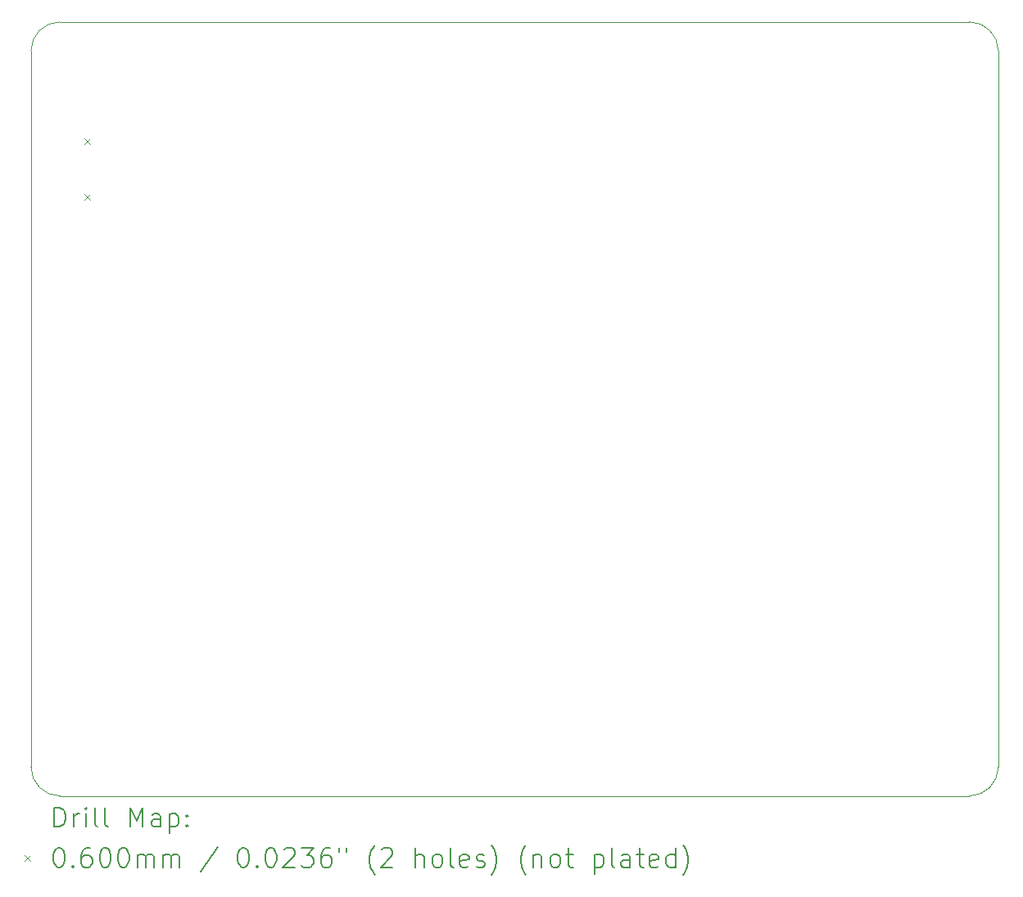
<source format=gbr>
%TF.GenerationSoftware,KiCad,Pcbnew,7.0.1*%
%TF.CreationDate,2023-12-25T16:18:00+00:00*%
%TF.ProjectId,watch_test_rig,77617463-685f-4746-9573-745f7269672e,rev?*%
%TF.SameCoordinates,Original*%
%TF.FileFunction,Drillmap*%
%TF.FilePolarity,Positive*%
%FSLAX45Y45*%
G04 Gerber Fmt 4.5, Leading zero omitted, Abs format (unit mm)*
G04 Created by KiCad (PCBNEW 7.0.1) date 2023-12-25 16:18:00*
%MOMM*%
%LPD*%
G01*
G04 APERTURE LIST*
%ADD10C,0.100000*%
%ADD11C,0.200000*%
%ADD12C,0.060000*%
G04 APERTURE END LIST*
D10*
X11500000Y-5800000D02*
X11500000Y-13200000D01*
X21200000Y-5500000D02*
X11800000Y-5500000D01*
X11500000Y-13200000D02*
G75*
G03*
X11800000Y-13500000I300000J0D01*
G01*
X21500000Y-13200000D02*
X21500000Y-5800000D01*
X11800000Y-5500000D02*
G75*
G03*
X11500000Y-5800000I0J-300000D01*
G01*
X11800000Y-13500000D02*
X21200000Y-13500000D01*
X21200000Y-13500000D02*
G75*
G03*
X21500000Y-13200000I0J300000D01*
G01*
X21500000Y-5800000D02*
G75*
G03*
X21200000Y-5500000I-300000J0D01*
G01*
D11*
D12*
X12048000Y-6701000D02*
X12108000Y-6761000D01*
X12108000Y-6701000D02*
X12048000Y-6761000D01*
X12048000Y-7279000D02*
X12108000Y-7339000D01*
X12108000Y-7279000D02*
X12048000Y-7339000D01*
D11*
X11742619Y-13817524D02*
X11742619Y-13617524D01*
X11742619Y-13617524D02*
X11790238Y-13617524D01*
X11790238Y-13617524D02*
X11818809Y-13627048D01*
X11818809Y-13627048D02*
X11837857Y-13646095D01*
X11837857Y-13646095D02*
X11847381Y-13665143D01*
X11847381Y-13665143D02*
X11856905Y-13703238D01*
X11856905Y-13703238D02*
X11856905Y-13731809D01*
X11856905Y-13731809D02*
X11847381Y-13769905D01*
X11847381Y-13769905D02*
X11837857Y-13788952D01*
X11837857Y-13788952D02*
X11818809Y-13808000D01*
X11818809Y-13808000D02*
X11790238Y-13817524D01*
X11790238Y-13817524D02*
X11742619Y-13817524D01*
X11942619Y-13817524D02*
X11942619Y-13684190D01*
X11942619Y-13722286D02*
X11952143Y-13703238D01*
X11952143Y-13703238D02*
X11961667Y-13693714D01*
X11961667Y-13693714D02*
X11980714Y-13684190D01*
X11980714Y-13684190D02*
X11999762Y-13684190D01*
X12066428Y-13817524D02*
X12066428Y-13684190D01*
X12066428Y-13617524D02*
X12056905Y-13627048D01*
X12056905Y-13627048D02*
X12066428Y-13636571D01*
X12066428Y-13636571D02*
X12075952Y-13627048D01*
X12075952Y-13627048D02*
X12066428Y-13617524D01*
X12066428Y-13617524D02*
X12066428Y-13636571D01*
X12190238Y-13817524D02*
X12171190Y-13808000D01*
X12171190Y-13808000D02*
X12161667Y-13788952D01*
X12161667Y-13788952D02*
X12161667Y-13617524D01*
X12295000Y-13817524D02*
X12275952Y-13808000D01*
X12275952Y-13808000D02*
X12266428Y-13788952D01*
X12266428Y-13788952D02*
X12266428Y-13617524D01*
X12523571Y-13817524D02*
X12523571Y-13617524D01*
X12523571Y-13617524D02*
X12590238Y-13760381D01*
X12590238Y-13760381D02*
X12656905Y-13617524D01*
X12656905Y-13617524D02*
X12656905Y-13817524D01*
X12837857Y-13817524D02*
X12837857Y-13712762D01*
X12837857Y-13712762D02*
X12828333Y-13693714D01*
X12828333Y-13693714D02*
X12809286Y-13684190D01*
X12809286Y-13684190D02*
X12771190Y-13684190D01*
X12771190Y-13684190D02*
X12752143Y-13693714D01*
X12837857Y-13808000D02*
X12818809Y-13817524D01*
X12818809Y-13817524D02*
X12771190Y-13817524D01*
X12771190Y-13817524D02*
X12752143Y-13808000D01*
X12752143Y-13808000D02*
X12742619Y-13788952D01*
X12742619Y-13788952D02*
X12742619Y-13769905D01*
X12742619Y-13769905D02*
X12752143Y-13750857D01*
X12752143Y-13750857D02*
X12771190Y-13741333D01*
X12771190Y-13741333D02*
X12818809Y-13741333D01*
X12818809Y-13741333D02*
X12837857Y-13731809D01*
X12933095Y-13684190D02*
X12933095Y-13884190D01*
X12933095Y-13693714D02*
X12952143Y-13684190D01*
X12952143Y-13684190D02*
X12990238Y-13684190D01*
X12990238Y-13684190D02*
X13009286Y-13693714D01*
X13009286Y-13693714D02*
X13018809Y-13703238D01*
X13018809Y-13703238D02*
X13028333Y-13722286D01*
X13028333Y-13722286D02*
X13028333Y-13779428D01*
X13028333Y-13779428D02*
X13018809Y-13798476D01*
X13018809Y-13798476D02*
X13009286Y-13808000D01*
X13009286Y-13808000D02*
X12990238Y-13817524D01*
X12990238Y-13817524D02*
X12952143Y-13817524D01*
X12952143Y-13817524D02*
X12933095Y-13808000D01*
X13114048Y-13798476D02*
X13123571Y-13808000D01*
X13123571Y-13808000D02*
X13114048Y-13817524D01*
X13114048Y-13817524D02*
X13104524Y-13808000D01*
X13104524Y-13808000D02*
X13114048Y-13798476D01*
X13114048Y-13798476D02*
X13114048Y-13817524D01*
X13114048Y-13693714D02*
X13123571Y-13703238D01*
X13123571Y-13703238D02*
X13114048Y-13712762D01*
X13114048Y-13712762D02*
X13104524Y-13703238D01*
X13104524Y-13703238D02*
X13114048Y-13693714D01*
X13114048Y-13693714D02*
X13114048Y-13712762D01*
D12*
X11435000Y-14115000D02*
X11495000Y-14175000D01*
X11495000Y-14115000D02*
X11435000Y-14175000D01*
D11*
X11780714Y-14037524D02*
X11799762Y-14037524D01*
X11799762Y-14037524D02*
X11818809Y-14047048D01*
X11818809Y-14047048D02*
X11828333Y-14056571D01*
X11828333Y-14056571D02*
X11837857Y-14075619D01*
X11837857Y-14075619D02*
X11847381Y-14113714D01*
X11847381Y-14113714D02*
X11847381Y-14161333D01*
X11847381Y-14161333D02*
X11837857Y-14199428D01*
X11837857Y-14199428D02*
X11828333Y-14218476D01*
X11828333Y-14218476D02*
X11818809Y-14228000D01*
X11818809Y-14228000D02*
X11799762Y-14237524D01*
X11799762Y-14237524D02*
X11780714Y-14237524D01*
X11780714Y-14237524D02*
X11761667Y-14228000D01*
X11761667Y-14228000D02*
X11752143Y-14218476D01*
X11752143Y-14218476D02*
X11742619Y-14199428D01*
X11742619Y-14199428D02*
X11733095Y-14161333D01*
X11733095Y-14161333D02*
X11733095Y-14113714D01*
X11733095Y-14113714D02*
X11742619Y-14075619D01*
X11742619Y-14075619D02*
X11752143Y-14056571D01*
X11752143Y-14056571D02*
X11761667Y-14047048D01*
X11761667Y-14047048D02*
X11780714Y-14037524D01*
X11933095Y-14218476D02*
X11942619Y-14228000D01*
X11942619Y-14228000D02*
X11933095Y-14237524D01*
X11933095Y-14237524D02*
X11923571Y-14228000D01*
X11923571Y-14228000D02*
X11933095Y-14218476D01*
X11933095Y-14218476D02*
X11933095Y-14237524D01*
X12114048Y-14037524D02*
X12075952Y-14037524D01*
X12075952Y-14037524D02*
X12056905Y-14047048D01*
X12056905Y-14047048D02*
X12047381Y-14056571D01*
X12047381Y-14056571D02*
X12028333Y-14085143D01*
X12028333Y-14085143D02*
X12018809Y-14123238D01*
X12018809Y-14123238D02*
X12018809Y-14199428D01*
X12018809Y-14199428D02*
X12028333Y-14218476D01*
X12028333Y-14218476D02*
X12037857Y-14228000D01*
X12037857Y-14228000D02*
X12056905Y-14237524D01*
X12056905Y-14237524D02*
X12095000Y-14237524D01*
X12095000Y-14237524D02*
X12114048Y-14228000D01*
X12114048Y-14228000D02*
X12123571Y-14218476D01*
X12123571Y-14218476D02*
X12133095Y-14199428D01*
X12133095Y-14199428D02*
X12133095Y-14151809D01*
X12133095Y-14151809D02*
X12123571Y-14132762D01*
X12123571Y-14132762D02*
X12114048Y-14123238D01*
X12114048Y-14123238D02*
X12095000Y-14113714D01*
X12095000Y-14113714D02*
X12056905Y-14113714D01*
X12056905Y-14113714D02*
X12037857Y-14123238D01*
X12037857Y-14123238D02*
X12028333Y-14132762D01*
X12028333Y-14132762D02*
X12018809Y-14151809D01*
X12256905Y-14037524D02*
X12275952Y-14037524D01*
X12275952Y-14037524D02*
X12295000Y-14047048D01*
X12295000Y-14047048D02*
X12304524Y-14056571D01*
X12304524Y-14056571D02*
X12314048Y-14075619D01*
X12314048Y-14075619D02*
X12323571Y-14113714D01*
X12323571Y-14113714D02*
X12323571Y-14161333D01*
X12323571Y-14161333D02*
X12314048Y-14199428D01*
X12314048Y-14199428D02*
X12304524Y-14218476D01*
X12304524Y-14218476D02*
X12295000Y-14228000D01*
X12295000Y-14228000D02*
X12275952Y-14237524D01*
X12275952Y-14237524D02*
X12256905Y-14237524D01*
X12256905Y-14237524D02*
X12237857Y-14228000D01*
X12237857Y-14228000D02*
X12228333Y-14218476D01*
X12228333Y-14218476D02*
X12218809Y-14199428D01*
X12218809Y-14199428D02*
X12209286Y-14161333D01*
X12209286Y-14161333D02*
X12209286Y-14113714D01*
X12209286Y-14113714D02*
X12218809Y-14075619D01*
X12218809Y-14075619D02*
X12228333Y-14056571D01*
X12228333Y-14056571D02*
X12237857Y-14047048D01*
X12237857Y-14047048D02*
X12256905Y-14037524D01*
X12447381Y-14037524D02*
X12466429Y-14037524D01*
X12466429Y-14037524D02*
X12485476Y-14047048D01*
X12485476Y-14047048D02*
X12495000Y-14056571D01*
X12495000Y-14056571D02*
X12504524Y-14075619D01*
X12504524Y-14075619D02*
X12514048Y-14113714D01*
X12514048Y-14113714D02*
X12514048Y-14161333D01*
X12514048Y-14161333D02*
X12504524Y-14199428D01*
X12504524Y-14199428D02*
X12495000Y-14218476D01*
X12495000Y-14218476D02*
X12485476Y-14228000D01*
X12485476Y-14228000D02*
X12466429Y-14237524D01*
X12466429Y-14237524D02*
X12447381Y-14237524D01*
X12447381Y-14237524D02*
X12428333Y-14228000D01*
X12428333Y-14228000D02*
X12418809Y-14218476D01*
X12418809Y-14218476D02*
X12409286Y-14199428D01*
X12409286Y-14199428D02*
X12399762Y-14161333D01*
X12399762Y-14161333D02*
X12399762Y-14113714D01*
X12399762Y-14113714D02*
X12409286Y-14075619D01*
X12409286Y-14075619D02*
X12418809Y-14056571D01*
X12418809Y-14056571D02*
X12428333Y-14047048D01*
X12428333Y-14047048D02*
X12447381Y-14037524D01*
X12599762Y-14237524D02*
X12599762Y-14104190D01*
X12599762Y-14123238D02*
X12609286Y-14113714D01*
X12609286Y-14113714D02*
X12628333Y-14104190D01*
X12628333Y-14104190D02*
X12656905Y-14104190D01*
X12656905Y-14104190D02*
X12675952Y-14113714D01*
X12675952Y-14113714D02*
X12685476Y-14132762D01*
X12685476Y-14132762D02*
X12685476Y-14237524D01*
X12685476Y-14132762D02*
X12695000Y-14113714D01*
X12695000Y-14113714D02*
X12714048Y-14104190D01*
X12714048Y-14104190D02*
X12742619Y-14104190D01*
X12742619Y-14104190D02*
X12761667Y-14113714D01*
X12761667Y-14113714D02*
X12771190Y-14132762D01*
X12771190Y-14132762D02*
X12771190Y-14237524D01*
X12866429Y-14237524D02*
X12866429Y-14104190D01*
X12866429Y-14123238D02*
X12875952Y-14113714D01*
X12875952Y-14113714D02*
X12895000Y-14104190D01*
X12895000Y-14104190D02*
X12923571Y-14104190D01*
X12923571Y-14104190D02*
X12942619Y-14113714D01*
X12942619Y-14113714D02*
X12952143Y-14132762D01*
X12952143Y-14132762D02*
X12952143Y-14237524D01*
X12952143Y-14132762D02*
X12961667Y-14113714D01*
X12961667Y-14113714D02*
X12980714Y-14104190D01*
X12980714Y-14104190D02*
X13009286Y-14104190D01*
X13009286Y-14104190D02*
X13028333Y-14113714D01*
X13028333Y-14113714D02*
X13037857Y-14132762D01*
X13037857Y-14132762D02*
X13037857Y-14237524D01*
X13428333Y-14028000D02*
X13256905Y-14285143D01*
X13685476Y-14037524D02*
X13704524Y-14037524D01*
X13704524Y-14037524D02*
X13723572Y-14047048D01*
X13723572Y-14047048D02*
X13733095Y-14056571D01*
X13733095Y-14056571D02*
X13742619Y-14075619D01*
X13742619Y-14075619D02*
X13752143Y-14113714D01*
X13752143Y-14113714D02*
X13752143Y-14161333D01*
X13752143Y-14161333D02*
X13742619Y-14199428D01*
X13742619Y-14199428D02*
X13733095Y-14218476D01*
X13733095Y-14218476D02*
X13723572Y-14228000D01*
X13723572Y-14228000D02*
X13704524Y-14237524D01*
X13704524Y-14237524D02*
X13685476Y-14237524D01*
X13685476Y-14237524D02*
X13666429Y-14228000D01*
X13666429Y-14228000D02*
X13656905Y-14218476D01*
X13656905Y-14218476D02*
X13647381Y-14199428D01*
X13647381Y-14199428D02*
X13637857Y-14161333D01*
X13637857Y-14161333D02*
X13637857Y-14113714D01*
X13637857Y-14113714D02*
X13647381Y-14075619D01*
X13647381Y-14075619D02*
X13656905Y-14056571D01*
X13656905Y-14056571D02*
X13666429Y-14047048D01*
X13666429Y-14047048D02*
X13685476Y-14037524D01*
X13837857Y-14218476D02*
X13847381Y-14228000D01*
X13847381Y-14228000D02*
X13837857Y-14237524D01*
X13837857Y-14237524D02*
X13828333Y-14228000D01*
X13828333Y-14228000D02*
X13837857Y-14218476D01*
X13837857Y-14218476D02*
X13837857Y-14237524D01*
X13971191Y-14037524D02*
X13990238Y-14037524D01*
X13990238Y-14037524D02*
X14009286Y-14047048D01*
X14009286Y-14047048D02*
X14018810Y-14056571D01*
X14018810Y-14056571D02*
X14028333Y-14075619D01*
X14028333Y-14075619D02*
X14037857Y-14113714D01*
X14037857Y-14113714D02*
X14037857Y-14161333D01*
X14037857Y-14161333D02*
X14028333Y-14199428D01*
X14028333Y-14199428D02*
X14018810Y-14218476D01*
X14018810Y-14218476D02*
X14009286Y-14228000D01*
X14009286Y-14228000D02*
X13990238Y-14237524D01*
X13990238Y-14237524D02*
X13971191Y-14237524D01*
X13971191Y-14237524D02*
X13952143Y-14228000D01*
X13952143Y-14228000D02*
X13942619Y-14218476D01*
X13942619Y-14218476D02*
X13933095Y-14199428D01*
X13933095Y-14199428D02*
X13923572Y-14161333D01*
X13923572Y-14161333D02*
X13923572Y-14113714D01*
X13923572Y-14113714D02*
X13933095Y-14075619D01*
X13933095Y-14075619D02*
X13942619Y-14056571D01*
X13942619Y-14056571D02*
X13952143Y-14047048D01*
X13952143Y-14047048D02*
X13971191Y-14037524D01*
X14114048Y-14056571D02*
X14123572Y-14047048D01*
X14123572Y-14047048D02*
X14142619Y-14037524D01*
X14142619Y-14037524D02*
X14190238Y-14037524D01*
X14190238Y-14037524D02*
X14209286Y-14047048D01*
X14209286Y-14047048D02*
X14218810Y-14056571D01*
X14218810Y-14056571D02*
X14228333Y-14075619D01*
X14228333Y-14075619D02*
X14228333Y-14094667D01*
X14228333Y-14094667D02*
X14218810Y-14123238D01*
X14218810Y-14123238D02*
X14104524Y-14237524D01*
X14104524Y-14237524D02*
X14228333Y-14237524D01*
X14295000Y-14037524D02*
X14418810Y-14037524D01*
X14418810Y-14037524D02*
X14352143Y-14113714D01*
X14352143Y-14113714D02*
X14380714Y-14113714D01*
X14380714Y-14113714D02*
X14399762Y-14123238D01*
X14399762Y-14123238D02*
X14409286Y-14132762D01*
X14409286Y-14132762D02*
X14418810Y-14151809D01*
X14418810Y-14151809D02*
X14418810Y-14199428D01*
X14418810Y-14199428D02*
X14409286Y-14218476D01*
X14409286Y-14218476D02*
X14399762Y-14228000D01*
X14399762Y-14228000D02*
X14380714Y-14237524D01*
X14380714Y-14237524D02*
X14323572Y-14237524D01*
X14323572Y-14237524D02*
X14304524Y-14228000D01*
X14304524Y-14228000D02*
X14295000Y-14218476D01*
X14590238Y-14037524D02*
X14552143Y-14037524D01*
X14552143Y-14037524D02*
X14533095Y-14047048D01*
X14533095Y-14047048D02*
X14523572Y-14056571D01*
X14523572Y-14056571D02*
X14504524Y-14085143D01*
X14504524Y-14085143D02*
X14495000Y-14123238D01*
X14495000Y-14123238D02*
X14495000Y-14199428D01*
X14495000Y-14199428D02*
X14504524Y-14218476D01*
X14504524Y-14218476D02*
X14514048Y-14228000D01*
X14514048Y-14228000D02*
X14533095Y-14237524D01*
X14533095Y-14237524D02*
X14571191Y-14237524D01*
X14571191Y-14237524D02*
X14590238Y-14228000D01*
X14590238Y-14228000D02*
X14599762Y-14218476D01*
X14599762Y-14218476D02*
X14609286Y-14199428D01*
X14609286Y-14199428D02*
X14609286Y-14151809D01*
X14609286Y-14151809D02*
X14599762Y-14132762D01*
X14599762Y-14132762D02*
X14590238Y-14123238D01*
X14590238Y-14123238D02*
X14571191Y-14113714D01*
X14571191Y-14113714D02*
X14533095Y-14113714D01*
X14533095Y-14113714D02*
X14514048Y-14123238D01*
X14514048Y-14123238D02*
X14504524Y-14132762D01*
X14504524Y-14132762D02*
X14495000Y-14151809D01*
X14685476Y-14037524D02*
X14685476Y-14075619D01*
X14761667Y-14037524D02*
X14761667Y-14075619D01*
X15056905Y-14313714D02*
X15047381Y-14304190D01*
X15047381Y-14304190D02*
X15028334Y-14275619D01*
X15028334Y-14275619D02*
X15018810Y-14256571D01*
X15018810Y-14256571D02*
X15009286Y-14228000D01*
X15009286Y-14228000D02*
X14999762Y-14180381D01*
X14999762Y-14180381D02*
X14999762Y-14142286D01*
X14999762Y-14142286D02*
X15009286Y-14094667D01*
X15009286Y-14094667D02*
X15018810Y-14066095D01*
X15018810Y-14066095D02*
X15028334Y-14047048D01*
X15028334Y-14047048D02*
X15047381Y-14018476D01*
X15047381Y-14018476D02*
X15056905Y-14008952D01*
X15123572Y-14056571D02*
X15133095Y-14047048D01*
X15133095Y-14047048D02*
X15152143Y-14037524D01*
X15152143Y-14037524D02*
X15199762Y-14037524D01*
X15199762Y-14037524D02*
X15218810Y-14047048D01*
X15218810Y-14047048D02*
X15228334Y-14056571D01*
X15228334Y-14056571D02*
X15237857Y-14075619D01*
X15237857Y-14075619D02*
X15237857Y-14094667D01*
X15237857Y-14094667D02*
X15228334Y-14123238D01*
X15228334Y-14123238D02*
X15114048Y-14237524D01*
X15114048Y-14237524D02*
X15237857Y-14237524D01*
X15475953Y-14237524D02*
X15475953Y-14037524D01*
X15561667Y-14237524D02*
X15561667Y-14132762D01*
X15561667Y-14132762D02*
X15552143Y-14113714D01*
X15552143Y-14113714D02*
X15533096Y-14104190D01*
X15533096Y-14104190D02*
X15504524Y-14104190D01*
X15504524Y-14104190D02*
X15485476Y-14113714D01*
X15485476Y-14113714D02*
X15475953Y-14123238D01*
X15685476Y-14237524D02*
X15666429Y-14228000D01*
X15666429Y-14228000D02*
X15656905Y-14218476D01*
X15656905Y-14218476D02*
X15647381Y-14199428D01*
X15647381Y-14199428D02*
X15647381Y-14142286D01*
X15647381Y-14142286D02*
X15656905Y-14123238D01*
X15656905Y-14123238D02*
X15666429Y-14113714D01*
X15666429Y-14113714D02*
X15685476Y-14104190D01*
X15685476Y-14104190D02*
X15714048Y-14104190D01*
X15714048Y-14104190D02*
X15733096Y-14113714D01*
X15733096Y-14113714D02*
X15742619Y-14123238D01*
X15742619Y-14123238D02*
X15752143Y-14142286D01*
X15752143Y-14142286D02*
X15752143Y-14199428D01*
X15752143Y-14199428D02*
X15742619Y-14218476D01*
X15742619Y-14218476D02*
X15733096Y-14228000D01*
X15733096Y-14228000D02*
X15714048Y-14237524D01*
X15714048Y-14237524D02*
X15685476Y-14237524D01*
X15866429Y-14237524D02*
X15847381Y-14228000D01*
X15847381Y-14228000D02*
X15837857Y-14208952D01*
X15837857Y-14208952D02*
X15837857Y-14037524D01*
X16018810Y-14228000D02*
X15999762Y-14237524D01*
X15999762Y-14237524D02*
X15961667Y-14237524D01*
X15961667Y-14237524D02*
X15942619Y-14228000D01*
X15942619Y-14228000D02*
X15933096Y-14208952D01*
X15933096Y-14208952D02*
X15933096Y-14132762D01*
X15933096Y-14132762D02*
X15942619Y-14113714D01*
X15942619Y-14113714D02*
X15961667Y-14104190D01*
X15961667Y-14104190D02*
X15999762Y-14104190D01*
X15999762Y-14104190D02*
X16018810Y-14113714D01*
X16018810Y-14113714D02*
X16028334Y-14132762D01*
X16028334Y-14132762D02*
X16028334Y-14151809D01*
X16028334Y-14151809D02*
X15933096Y-14170857D01*
X16104524Y-14228000D02*
X16123572Y-14237524D01*
X16123572Y-14237524D02*
X16161667Y-14237524D01*
X16161667Y-14237524D02*
X16180715Y-14228000D01*
X16180715Y-14228000D02*
X16190238Y-14208952D01*
X16190238Y-14208952D02*
X16190238Y-14199428D01*
X16190238Y-14199428D02*
X16180715Y-14180381D01*
X16180715Y-14180381D02*
X16161667Y-14170857D01*
X16161667Y-14170857D02*
X16133096Y-14170857D01*
X16133096Y-14170857D02*
X16114048Y-14161333D01*
X16114048Y-14161333D02*
X16104524Y-14142286D01*
X16104524Y-14142286D02*
X16104524Y-14132762D01*
X16104524Y-14132762D02*
X16114048Y-14113714D01*
X16114048Y-14113714D02*
X16133096Y-14104190D01*
X16133096Y-14104190D02*
X16161667Y-14104190D01*
X16161667Y-14104190D02*
X16180715Y-14113714D01*
X16256905Y-14313714D02*
X16266429Y-14304190D01*
X16266429Y-14304190D02*
X16285477Y-14275619D01*
X16285477Y-14275619D02*
X16295000Y-14256571D01*
X16295000Y-14256571D02*
X16304524Y-14228000D01*
X16304524Y-14228000D02*
X16314048Y-14180381D01*
X16314048Y-14180381D02*
X16314048Y-14142286D01*
X16314048Y-14142286D02*
X16304524Y-14094667D01*
X16304524Y-14094667D02*
X16295000Y-14066095D01*
X16295000Y-14066095D02*
X16285477Y-14047048D01*
X16285477Y-14047048D02*
X16266429Y-14018476D01*
X16266429Y-14018476D02*
X16256905Y-14008952D01*
X16618810Y-14313714D02*
X16609286Y-14304190D01*
X16609286Y-14304190D02*
X16590238Y-14275619D01*
X16590238Y-14275619D02*
X16580715Y-14256571D01*
X16580715Y-14256571D02*
X16571191Y-14228000D01*
X16571191Y-14228000D02*
X16561667Y-14180381D01*
X16561667Y-14180381D02*
X16561667Y-14142286D01*
X16561667Y-14142286D02*
X16571191Y-14094667D01*
X16571191Y-14094667D02*
X16580715Y-14066095D01*
X16580715Y-14066095D02*
X16590238Y-14047048D01*
X16590238Y-14047048D02*
X16609286Y-14018476D01*
X16609286Y-14018476D02*
X16618810Y-14008952D01*
X16695000Y-14104190D02*
X16695000Y-14237524D01*
X16695000Y-14123238D02*
X16704524Y-14113714D01*
X16704524Y-14113714D02*
X16723572Y-14104190D01*
X16723572Y-14104190D02*
X16752143Y-14104190D01*
X16752143Y-14104190D02*
X16771191Y-14113714D01*
X16771191Y-14113714D02*
X16780715Y-14132762D01*
X16780715Y-14132762D02*
X16780715Y-14237524D01*
X16904524Y-14237524D02*
X16885477Y-14228000D01*
X16885477Y-14228000D02*
X16875953Y-14218476D01*
X16875953Y-14218476D02*
X16866429Y-14199428D01*
X16866429Y-14199428D02*
X16866429Y-14142286D01*
X16866429Y-14142286D02*
X16875953Y-14123238D01*
X16875953Y-14123238D02*
X16885477Y-14113714D01*
X16885477Y-14113714D02*
X16904524Y-14104190D01*
X16904524Y-14104190D02*
X16933096Y-14104190D01*
X16933096Y-14104190D02*
X16952143Y-14113714D01*
X16952143Y-14113714D02*
X16961667Y-14123238D01*
X16961667Y-14123238D02*
X16971191Y-14142286D01*
X16971191Y-14142286D02*
X16971191Y-14199428D01*
X16971191Y-14199428D02*
X16961667Y-14218476D01*
X16961667Y-14218476D02*
X16952143Y-14228000D01*
X16952143Y-14228000D02*
X16933096Y-14237524D01*
X16933096Y-14237524D02*
X16904524Y-14237524D01*
X17028334Y-14104190D02*
X17104524Y-14104190D01*
X17056905Y-14037524D02*
X17056905Y-14208952D01*
X17056905Y-14208952D02*
X17066429Y-14228000D01*
X17066429Y-14228000D02*
X17085477Y-14237524D01*
X17085477Y-14237524D02*
X17104524Y-14237524D01*
X17323572Y-14104190D02*
X17323572Y-14304190D01*
X17323572Y-14113714D02*
X17342620Y-14104190D01*
X17342620Y-14104190D02*
X17380715Y-14104190D01*
X17380715Y-14104190D02*
X17399762Y-14113714D01*
X17399762Y-14113714D02*
X17409286Y-14123238D01*
X17409286Y-14123238D02*
X17418810Y-14142286D01*
X17418810Y-14142286D02*
X17418810Y-14199428D01*
X17418810Y-14199428D02*
X17409286Y-14218476D01*
X17409286Y-14218476D02*
X17399762Y-14228000D01*
X17399762Y-14228000D02*
X17380715Y-14237524D01*
X17380715Y-14237524D02*
X17342620Y-14237524D01*
X17342620Y-14237524D02*
X17323572Y-14228000D01*
X17533096Y-14237524D02*
X17514048Y-14228000D01*
X17514048Y-14228000D02*
X17504524Y-14208952D01*
X17504524Y-14208952D02*
X17504524Y-14037524D01*
X17695001Y-14237524D02*
X17695001Y-14132762D01*
X17695001Y-14132762D02*
X17685477Y-14113714D01*
X17685477Y-14113714D02*
X17666429Y-14104190D01*
X17666429Y-14104190D02*
X17628334Y-14104190D01*
X17628334Y-14104190D02*
X17609286Y-14113714D01*
X17695001Y-14228000D02*
X17675953Y-14237524D01*
X17675953Y-14237524D02*
X17628334Y-14237524D01*
X17628334Y-14237524D02*
X17609286Y-14228000D01*
X17609286Y-14228000D02*
X17599762Y-14208952D01*
X17599762Y-14208952D02*
X17599762Y-14189905D01*
X17599762Y-14189905D02*
X17609286Y-14170857D01*
X17609286Y-14170857D02*
X17628334Y-14161333D01*
X17628334Y-14161333D02*
X17675953Y-14161333D01*
X17675953Y-14161333D02*
X17695001Y-14151809D01*
X17761667Y-14104190D02*
X17837858Y-14104190D01*
X17790239Y-14037524D02*
X17790239Y-14208952D01*
X17790239Y-14208952D02*
X17799762Y-14228000D01*
X17799762Y-14228000D02*
X17818810Y-14237524D01*
X17818810Y-14237524D02*
X17837858Y-14237524D01*
X17980715Y-14228000D02*
X17961667Y-14237524D01*
X17961667Y-14237524D02*
X17923572Y-14237524D01*
X17923572Y-14237524D02*
X17904524Y-14228000D01*
X17904524Y-14228000D02*
X17895001Y-14208952D01*
X17895001Y-14208952D02*
X17895001Y-14132762D01*
X17895001Y-14132762D02*
X17904524Y-14113714D01*
X17904524Y-14113714D02*
X17923572Y-14104190D01*
X17923572Y-14104190D02*
X17961667Y-14104190D01*
X17961667Y-14104190D02*
X17980715Y-14113714D01*
X17980715Y-14113714D02*
X17990239Y-14132762D01*
X17990239Y-14132762D02*
X17990239Y-14151809D01*
X17990239Y-14151809D02*
X17895001Y-14170857D01*
X18161667Y-14237524D02*
X18161667Y-14037524D01*
X18161667Y-14228000D02*
X18142620Y-14237524D01*
X18142620Y-14237524D02*
X18104524Y-14237524D01*
X18104524Y-14237524D02*
X18085477Y-14228000D01*
X18085477Y-14228000D02*
X18075953Y-14218476D01*
X18075953Y-14218476D02*
X18066429Y-14199428D01*
X18066429Y-14199428D02*
X18066429Y-14142286D01*
X18066429Y-14142286D02*
X18075953Y-14123238D01*
X18075953Y-14123238D02*
X18085477Y-14113714D01*
X18085477Y-14113714D02*
X18104524Y-14104190D01*
X18104524Y-14104190D02*
X18142620Y-14104190D01*
X18142620Y-14104190D02*
X18161667Y-14113714D01*
X18237858Y-14313714D02*
X18247382Y-14304190D01*
X18247382Y-14304190D02*
X18266429Y-14275619D01*
X18266429Y-14275619D02*
X18275953Y-14256571D01*
X18275953Y-14256571D02*
X18285477Y-14228000D01*
X18285477Y-14228000D02*
X18295001Y-14180381D01*
X18295001Y-14180381D02*
X18295001Y-14142286D01*
X18295001Y-14142286D02*
X18285477Y-14094667D01*
X18285477Y-14094667D02*
X18275953Y-14066095D01*
X18275953Y-14066095D02*
X18266429Y-14047048D01*
X18266429Y-14047048D02*
X18247382Y-14018476D01*
X18247382Y-14018476D02*
X18237858Y-14008952D01*
M02*

</source>
